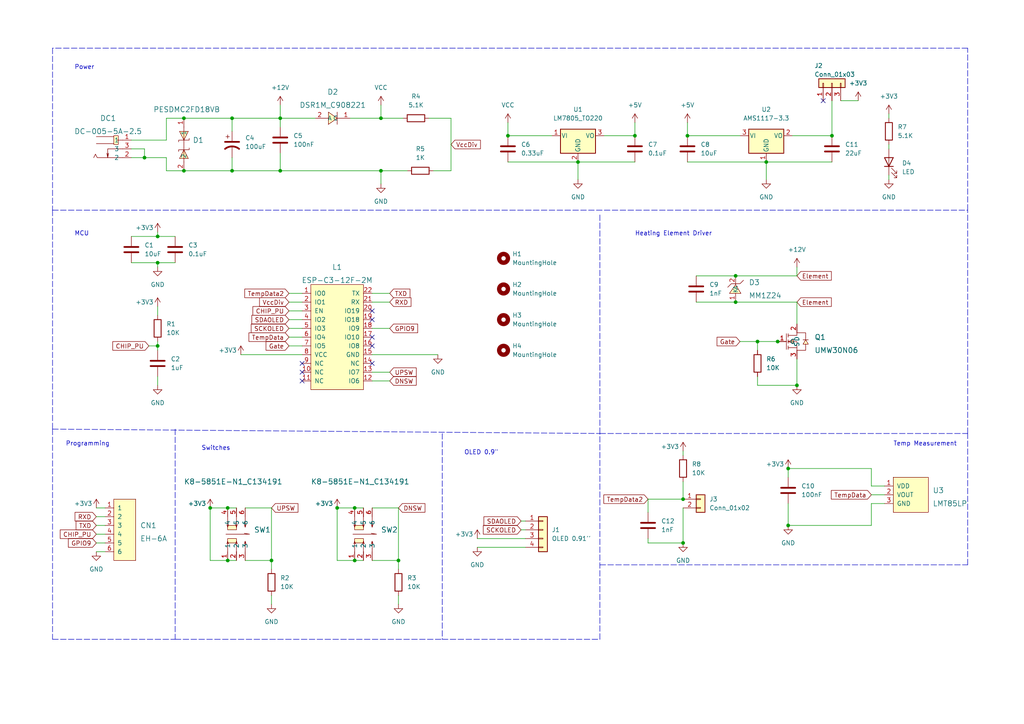
<source format=kicad_sch>
(kicad_sch (version 20211123) (generator eeschema)
  (paper "A4")
  (title_block (rev "V1.1"))
  (lib_symbols
    (symbol "Connector_Generic:Conn_01x02" (pin_names (offset 1.016) hide)
      (property "Reference" "J" (at 0 2.54 0))
      (property "Value" "Conn_01x02" (at 0 -5.08 0))
      (symbol "Conn_01x02_1_1"
        (rectangle (start -1.27 -2.413) (end 0 -2.667) (stroke (width 0.1524)))
        (rectangle (start -1.27 0.127) (end 0 -0.127) (stroke (width 0.1524)))
        (rectangle (start -1.27 1.27) (end 1.27 -3.81) (stroke (width 0.254)) (fill (type background)))
        (pin passive line (at -5.08 0 0) (length 3.81) (name "Pin_1") (number "1"))
        (pin passive line (at -5.08 -2.54 0) (length 3.81) (name "Pin_2") (number "2"))
      )
    )
    (symbol "Connector_Generic:Conn_01x03" (pin_names (offset 1.016) hide)
      (property "Reference" "J" (at 0 5.08 0))
      (property "Value" "Conn_01x03" (at 0 -5.08 0))
      (symbol "Conn_01x03_1_1"
        (rectangle (start -1.27 -2.413) (end 0 -2.667) (stroke (width 0.1524)))
        (rectangle (start -1.27 0.127) (end 0 -0.127) (stroke (width 0.1524)))
        (rectangle (start -1.27 2.667) (end 0 2.413) (stroke (width 0.1524)))
        (rectangle (start -1.27 3.81) (end 1.27 -3.81) (stroke (width 0.254)) (fill (type background)))
        (pin passive line (at -5.08 2.54 0) (length 3.81) (name "Pin_1") (number "1"))
        (pin passive line (at -5.08 0 0) (length 3.81) (name "Pin_2") (number "2"))
        (pin passive line (at -5.08 -2.54 0) (length 3.81) (name "Pin_3") (number "3"))
      )
    )
    (symbol "Connector_Generic:Conn_01x04" (pin_names (offset 1.016) hide)
      (property "Reference" "J" (at 0 5.08 0))
      (property "Value" "Conn_01x04" (at 0 -7.62 0))
      (symbol "Conn_01x04_1_1"
        (rectangle (start -1.27 -4.953) (end 0 -5.207) (stroke (width 0.1524)))
        (rectangle (start -1.27 -2.413) (end 0 -2.667) (stroke (width 0.1524)))
        (rectangle (start -1.27 0.127) (end 0 -0.127) (stroke (width 0.1524)))
        (rectangle (start -1.27 2.667) (end 0 2.413) (stroke (width 0.1524)))
        (rectangle (start -1.27 3.81) (end 1.27 -6.35) (stroke (width 0.254)) (fill (type background)))
        (pin passive line (at -5.08 2.54 0) (length 3.81) (name "Pin_1") (number "1"))
        (pin passive line (at -5.08 0 0) (length 3.81) (name "Pin_2") (number "2"))
        (pin passive line (at -5.08 -2.54 0) (length 3.81) (name "Pin_3") (number "3"))
        (pin passive line (at -5.08 -5.08 0) (length 3.81) (name "Pin_4") (number "4"))
      )
    )
    (symbol "Device:C" (pin_numbers hide) (pin_names (offset 0.254))
      (property "Reference" "C" (at 0.635 2.54 0))
      (property "Value" "C" (at 0.635 -2.54 0))
      (symbol "C_0_1"
        (polyline (pts (xy -2.032 -0.762) (xy 2.032 -0.762)) (stroke (width 0.508)))
        (polyline (pts (xy -2.032 0.762) (xy 2.032 0.762)) (stroke (width 0.508)))
      )
      (symbol "C_1_1"
        (pin passive line (at 0 3.81 270) (length 2.794) (name "~") (number "1"))
        (pin passive line (at 0 -3.81 90) (length 2.794) (name "~") (number "2"))
      )
    )
    (symbol "Device:C_Polarized_US" (pin_numbers hide) (pin_names (offset 0.254) hide)
      (property "Reference" "C" (at 0.635 2.54 0))
      (property "Value" "C_Polarized_US" (at 0.635 -2.54 0))
      (symbol "C_Polarized_US_0_1"
        (polyline (pts (xy -2.032 0.762) (xy 2.032 0.762)) (stroke (width 0.508)))
        (polyline (pts (xy -1.778 2.286) (xy -0.762 2.286)))
        (polyline (pts (xy -1.27 1.778) (xy -1.27 2.794)))
        (arc (start 2.032 -1.27) (mid 0 -0.5572) (end -2.032 -1.27) (stroke (width 0.508)))
      )
      (symbol "C_Polarized_US_1_1"
        (pin passive line (at 0 3.81 270) (length 2.794) (name "~") (number "1"))
        (pin passive line (at 0 -3.81 90) (length 3.302) (name "~") (number "2"))
      )
    )
    (symbol "Device:LED" (pin_numbers hide) (pin_names (offset 1.016) hide)
      (property "Reference" "D" (at 0 2.54 0))
      (property "Value" "LED" (at 0 -2.54 0))
      (symbol "LED_0_1"
        (polyline (pts (xy -1.27 -1.27) (xy -1.27 1.27)) (stroke (width 0.254)))
        (polyline (pts (xy -1.27 0) (xy 1.27 0)))
        (polyline (pts (xy 1.27 -1.27) (xy 1.27 1.27) (xy -1.27 0) (xy 1.27 -1.27)) (stroke (width 0.254)))
        (polyline (pts (xy -3.048 -0.762) (xy -4.572 -2.286) (xy -3.81 -2.286) (xy -4.572 -2.286) (xy -4.572 -1.524)))
        (polyline (pts (xy -1.778 -0.762) (xy -3.302 -2.286) (xy -2.54 -2.286) (xy -3.302 -2.286) (xy -3.302 -1.524)))
      )
      (symbol "LED_1_1"
        (pin passive line (at -3.81 0 0) (length 2.54) (name "K") (number "1"))
        (pin passive line (at 3.81 0 180) (length 2.54) (name "A") (number "2"))
      )
    )
    (symbol "Device:R" (pin_numbers hide) (pin_names (offset 0))
      (property "Reference" "R" (at 2.032 0 90))
      (property "Value" "R" (at 0 0 90))
      (symbol "R_0_1"
        (rectangle (start -1.016 -2.54) (end 1.016 2.54) (stroke (width 0.254)))
      )
      (symbol "R_1_1"
        (pin passive line (at 0 3.81 270) (length 1.27) (name "~") (number "1"))
        (pin passive line (at 0 -3.81 90) (length 1.27) (name "~") (number "2"))
      )
    )
    (symbol "Mechanical:MountingHole" (pin_names (offset 1.016))
      (property "Reference" "H" (at 0 5.08 0))
      (property "Value" "MountingHole" (at 0 3.175 0))
      (symbol "MountingHole_0_1"
        (circle (center 0 0) (radius 1.27) (stroke (width 1.27)))
      )
    )
    (symbol "Regulator_Linear:AMS1117-3.3" (pin_names (offset 0.254))
      (property "Reference" "U" (at -3.81 3.175 0))
      (property "Value" "AMS1117-3.3" (at 0 3.175 0))
      (symbol "AMS1117-3.3_0_1"
        (rectangle (start -5.08 -5.08) (end 5.08 1.905) (stroke (width 0.254)) (fill (type background)))
      )
      (symbol "AMS1117-3.3_1_1"
        (pin power_in line (at 0 -7.62 90) (length 2.54) (name "GND") (number "1"))
        (pin power_out line (at 7.62 0 180) (length 2.54) (name "VO") (number "2"))
        (pin power_in line (at -7.62 0 0) (length 2.54) (name "VI") (number "3"))
      )
    )
    (symbol "Regulator_Linear:LM7805_TO220" (pin_names (offset 0.254))
      (property "Reference" "U" (at -3.81 3.175 0))
      (property "Value" "LM7805_TO220" (at 0 3.175 0))
      (symbol "LM7805_TO220_0_1"
        (rectangle (start -5.08 1.905) (end 5.08 -5.08) (stroke (width 0.254)) (fill (type background)))
      )
      (symbol "LM7805_TO220_1_1"
        (pin power_in line (at -7.62 0 0) (length 2.54) (name "VI") (number "1"))
        (pin power_in line (at 0 -7.62 90) (length 2.54) (name "GND") (number "2"))
        (pin power_out line (at 7.62 0 180) (length 2.54) (name "VO") (number "3"))
      )
    )
    (symbol "easyeda2kicad:DC-005-5A-2.5" (pin_names (offset 1.016))
      (property "Reference" "DC?" (at 0 7.62 0))
      (property "Value" "DC-005-5A-2.5" (at 0 -7.62 0))
      (symbol "DC-005-5A-2.5_1_1"
        (rectangle (start -2.54 3.81) (end -1.27 1.27) (fill (type background)))
        (polyline (pts (xy -4.318 -2.54) (xy -4.064 -1.27)))
        (polyline (pts (xy -2.54 1.524) (xy -7.62 1.524)))
        (polyline (pts (xy -2.54 3.556) (xy -7.62 3.556)))
        (polyline (pts (xy 0 2.54) (xy -1.524 2.54)))
        (polyline (pts (xy 0 -2.54) (xy -7.366 -2.54) (xy -7.874 -1.524) (xy -8.382 -2.54)))
        (polyline (pts (xy 0 0) (xy -4.318 0) (xy -4.318 -2.54) (xy -4.572 -1.27)))
        (pin unspecified line (at 2.54 2.54 180) (length 2.54) (name "1") (number "1"))
        (pin unspecified line (at 2.54 -2.54 180) (length 2.54) (name "2") (number "2"))
        (pin unspecified line (at 2.54 0 180) (length 2.54) (name "3") (number "3"))
      )
    )
    (symbol "easyeda2kicad:DSR1M_C908221" (pin_names (offset 1.016))
      (property "Reference" "D?" (at 0 5.08 0))
      (property "Value" "DSR1M_C908221" (at 0 -5.08 0))
      (symbol "DSR1M_C908221_1_1"
        (polyline (pts (xy -1.27 0) (xy -2.54 0)))
        (polyline (pts (xy -1.27 1.778) (xy -1.27 -1.778)))
        (polyline (pts (xy 2.54 0) (xy 1.27 0)))
        (polyline (pts (xy 1.27 1.778) (xy -1.27 0) (xy 1.27 -1.778) (xy 1.27 1.778)) (fill (type background)))
        (pin unspecified line (at -5.08 0 0) (length 2.54) (name "C") (number "1"))
        (pin unspecified line (at 5.08 0 180) (length 2.54) (name "A") (number "2"))
      )
    )
    (symbol "easyeda2kicad:EH-6A" (pin_names (offset 1.016))
      (property "Reference" "CN?" (at 0 11.43 0))
      (property "Value" "EH-6A" (at 0 -11.43 0))
      (symbol "EH-6A_1_1"
        (rectangle (start -1.27 8.89) (end 5.08 -8.89) (fill (type background)))
        (pin unspecified line (at -3.81 6.35 0) (length 2.54) (name "1") (number "1"))
        (pin unspecified line (at -3.81 3.81 0) (length 2.54) (name "2") (number "2"))
        (pin unspecified line (at -3.81 1.27 0) (length 2.54) (name "3") (number "3"))
        (pin unspecified line (at -3.81 -1.27 0) (length 2.54) (name "4") (number "4"))
        (pin unspecified line (at -3.81 -3.81 0) (length 2.54) (name "5") (number "5"))
        (pin unspecified line (at -3.81 -6.35 0) (length 2.54) (name "6") (number "6"))
      )
    )
    (symbol "easyeda2kicad:ESP-C3-12F-2M" (pin_names (offset 1.016))
      (property "Reference" "L?" (at 0 17.78 0))
      (property "Value" "ESP-C3-12F-2M" (at 0 -17.78 0))
      (symbol "ESP-C3-12F-2M_1_1"
        (rectangle (start -7.62 15.24) (end 7.62 -15.24) (fill (type background)))
        (pin unspecified line (at -10.16 12.7 0) (length 2.54) (name "IO0") (number "1"))
        (pin unspecified line (at -10.16 -10.16 0) (length 2.54) (name "NC") (number "10"))
        (pin unspecified line (at -10.16 -12.7 0) (length 2.54) (name "NC") (number "11"))
        (pin unspecified line (at 10.16 -12.7 180) (length 2.54) (name "IO6") (number "12"))
        (pin unspecified line (at 10.16 -10.16 180) (length 2.54) (name "IO7") (number "13"))
        (pin unspecified line (at 10.16 -7.62 180) (length 2.54) (name "NC") (number "14"))
        (pin unspecified line (at 10.16 -5.08 180) (length 2.54) (name "GND") (number "15"))
        (pin unspecified line (at 10.16 -2.54 180) (length 2.54) (name "IO8") (number "16"))
        (pin unspecified line (at 10.16 0 180) (length 2.54) (name "IO10") (number "17"))
        (pin unspecified line (at 10.16 2.54 180) (length 2.54) (name "IO9") (number "18"))
        (pin unspecified line (at 10.16 5.08 180) (length 2.54) (name "IO18") (number "19"))
        (pin unspecified line (at -10.16 10.16 0) (length 2.54) (name "IO1") (number "2"))
        (pin unspecified line (at 10.16 7.62 180) (length 2.54) (name "IO19") (number "20"))
        (pin unspecified line (at 10.16 10.16 180) (length 2.54) (name "RX") (number "21"))
        (pin unspecified line (at 10.16 12.7 180) (length 2.54) (name "TX") (number "22"))
        (pin unspecified line (at -10.16 7.62 0) (length 2.54) (name "EN") (number "3"))
        (pin unspecified line (at -10.16 5.08 0) (length 2.54) (name "IO2") (number "4"))
        (pin unspecified line (at -10.16 2.54 0) (length 2.54) (name "IO3") (number "5"))
        (pin unspecified line (at -10.16 0 0) (length 2.54) (name "IO4") (number "6"))
        (pin unspecified line (at -10.16 -2.54 0) (length 2.54) (name "IO5") (number "7"))
        (pin unspecified line (at -10.16 -5.08 0) (length 2.54) (name "VCC") (number "8"))
        (pin unspecified line (at -10.16 -7.62 0) (length 2.54) (name "NC") (number "9"))
      )
    )
    (symbol "easyeda2kicad:K8-5851E-N1_C134191" (pin_names (offset 1.016))
      (property "Reference" "SW?" (at 0 12.7 0))
      (property "Value" "K8-5851E-N1_C134191" (at 0 -12.7 0))
      (symbol "K8-5851E-N1_C134191_1_1"
        (rectangle (start -2.54 -1.27) (end 0 -2.54) (fill (type background)))
        (rectangle (start -2.54 2.54) (end 0 1.27) (fill (type background)))
        (polyline (pts (xy -2.54 -2.032) (xy -2.794 -2.794)))
        (polyline (pts (xy -2.54 2.032) (xy -2.794 2.794)))
        (polyline (pts (xy 0 -2.032) (xy -0.254 -2.794)))
        (polyline (pts (xy 0 2.032) (xy -0.254 2.794)))
        (polyline (pts (xy 2.54 -2.032) (xy 2.286 -2.794)))
        (polyline (pts (xy 2.54 2.032) (xy 2.286 2.794)))
        (polyline (pts (xy -3.048 0) (xy 3.81 0) (xy 2.286 0.254)))
        (polyline (pts (xy -2.54 -5.08) (xy -2.54 -2.032) (xy -2.286 -2.794)))
        (polyline (pts (xy -2.54 5.08) (xy -2.54 2.032) (xy -2.286 2.794)))
        (polyline (pts (xy 0 -5.08) (xy 0 -2.032) (xy 0.254 -2.794)))
        (polyline (pts (xy 0 5.08) (xy 0 2.032) (xy 0.254 2.794)))
        (polyline (pts (xy 2.54 -5.08) (xy 2.54 -2.032) (xy 2.794 -2.794)))
        (polyline (pts (xy 2.54 5.08) (xy 2.54 2.032) (xy 2.794 2.794)))
        (pin unspecified line (at -2.54 -7.62 90) (length 2.54) (name "1") (number "1"))
        (pin unspecified line (at 0 -7.62 90) (length 2.54) (name "2") (number "2"))
        (pin unspecified line (at 2.54 -7.62 90) (length 2.54) (name "3") (number "3"))
        (pin unspecified line (at -2.54 7.62 270) (length 2.54) (name "4") (number "4"))
        (pin unspecified line (at 0 7.62 270) (length 2.54) (name "5") (number "5"))
        (pin unspecified line (at 2.54 7.62 270) (length 2.54) (name "6") (number "6"))
      )
    )
    (symbol "easyeda2kicad:LMT85LP" (pin_names (offset 1.016))
      (property "Reference" "U?" (at 0 7.62 0))
      (property "Value" "LMT85LP" (at 0 -7.62 0))
      (symbol "LMT85LP_1_1"
        (rectangle (start -2.54 5.08) (end 7.62 -5.08) (fill (type background)))
        (pin unspecified line (at -5.08 2.54 0) (length 2.54) (name "VDD") (number "1"))
        (pin unspecified line (at -5.08 0 0) (length 2.54) (name "VOUT") (number "2"))
        (pin unspecified line (at -5.08 -2.54 0) (length 2.54) (name "GND") (number "3"))
      )
    )
    (symbol "easyeda2kicad:MM1Z24" (pin_names (offset 1.016))
      (property "Reference" "D?" (at 0 5.08 0))
      (property "Value" "MM1Z24" (at 0 -5.08 0))
      (symbol "MM1Z24_1_1"
        (polyline (pts (xy -1.27 -1.524) (xy 1.27 0) (xy -1.27 1.778) (xy -1.27 -1.524)) (fill (type background)))
        (polyline (pts (xy 2.54 -2.286) (xy 1.524 -1.27) (xy 1.524 1.27) (xy 0.508 2.286)))
        (pin unspecified line (at -3.81 0 0) (length 2.54) (name "A") (number "1"))
        (pin unspecified line (at 3.81 0 180) (length 2.54) (name "K") (number "2"))
      )
    )
    (symbol "easyeda2kicad:PESDMC2FD18VB" (pin_names (offset 1.016))
      (property "Reference" "D?" (at 0 5.08 0))
      (property "Value" "PESDMC2FD18VB" (at 0 -5.08 0))
      (symbol "PESDMC2FD18VB_1_1"
        (polyline (pts (xy -5.08 0) (xy 5.08 0)))
        (polyline (pts (xy -3.81 1.27) (xy -1.27 0) (xy -3.81 -1.27) (xy -3.81 1.27)) (fill (type background)))
        (polyline (pts (xy 4.064 1.27) (xy 1.524 0) (xy 4.064 -1.27) (xy 4.064 1.27)) (fill (type background)))
        (polyline (pts (xy -1.778 1.524) (xy -1.778 1.524) (xy -1.27 1.524) (xy -1.27 -1.524) (xy -0.762 -1.524) (xy -0.762 -1.524)))
        (polyline (pts (xy 1.016 1.524) (xy 1.016 1.524) (xy 1.524 1.524) (xy 1.524 -1.524) (xy 2.032 -1.524) (xy 2.032 -1.524)))
        (pin unspecified line (at -7.62 0 0) (length 2.54) (name "1") (number "1"))
        (pin unspecified line (at 7.62 0 180) (length 2.54) (name "2") (number "2"))
      )
    )
    (symbol "easyeda2kicad:UMW30N06" (pin_names (offset 1.016))
      (property "Reference" "Q?" (at 0 10.16 0))
      (property "Value" "UMW30N06" (at 0 -10.16 0))
      (symbol "UMW30N06_1_1"
        (polyline (pts (xy -3.048 2.286) (xy -3.048 -2.286)))
        (polyline (pts (xy -2.54 -2.286) (xy -2.54 -1.27)))
        (polyline (pts (xy -2.54 -0.508) (xy -2.54 0.508)))
        (polyline (pts (xy -2.54 2.286) (xy -2.54 1.27)))
        (polyline (pts (xy 0 -1.778) (xy -2.54 -1.778)))
        (polyline (pts (xy -2.54 0) (xy -1.016 -0.508) (xy -1.016 0.508) (xy -2.54 0)) (fill (type background)))
        (polyline (pts (xy 2.54 0.508) (xy 1.778 -0.762) (xy 3.302 -0.762) (xy 2.54 0.508)) (fill (type background)))
        (polyline (pts (xy 3.302 0.508) (xy 3.048 0.508) (xy 2.032 0.508) (xy 1.778 0.508)))
        (polyline (pts (xy -2.54 0) (xy 0 0) (xy 0 -2.54) (xy 2.54 -2.54) (xy 2.54 -0.762)))
        (polyline (pts (xy -2.54 1.778) (xy 0 1.778) (xy 0 2.54) (xy 2.54 2.54) (xy 2.54 0.508)))
        (pin unspecified line (at -5.588 0 0) (length 2.54) (name "G") (number "1"))
        (pin unspecified line (at 0 5.08 270) (length 2.54) (name "D") (number "2"))
        (pin unspecified line (at 0 -5.08 90) (length 2.54) (name "S") (number "3"))
      )
    )
    (symbol "power:+12V" (power) (pin_names (offset 0))
      (property "Value" "+12V" (at 0 3.556 0))
      (symbol "+12V_0_1"
        (polyline (pts (xy -0.762 1.27) (xy 0 2.54)))
        (polyline (pts (xy 0 0) (xy 0 2.54)))
        (polyline (pts (xy 0 2.54) (xy 0.762 1.27)))
      )
      (symbol "+12V_1_1"
        (pin power_in line (at 0 0 90) (length 0) hide (name "+12V") (number "1"))
      )
    )
    (symbol "power:+3.3V" (power) (pin_names (offset 0))
      (property "Value" "+3.3V" (at 0 3.556 0))
      (symbol "+3.3V_0_1"
        (polyline (pts (xy -0.762 1.27) (xy 0 2.54)))
        (polyline (pts (xy 0 0) (xy 0 2.54)))
        (polyline (pts (xy 0 2.54) (xy 0.762 1.27)))
      )
      (symbol "+3.3V_1_1"
        (pin power_in line (at 0 0 90) (length 0) hide (name "+3V3") (number "1"))
      )
    )
    (symbol "power:+5V" (power) (pin_names (offset 0))
      (property "Value" "+5V" (at 0 3.556 0))
      (symbol "+5V_0_1"
        (polyline (pts (xy -0.762 1.27) (xy 0 2.54)))
        (polyline (pts (xy 0 0) (xy 0 2.54)))
        (polyline (pts (xy 0 2.54) (xy 0.762 1.27)))
      )
      (symbol "+5V_1_1"
        (pin power_in line (at 0 0 90) (length 0) hide (name "+5V") (number "1"))
      )
    )
    (symbol "power:GND" (power) (pin_names (offset 0))
      (property "Value" "GND" (at 0 -3.81 0))
      (symbol "GND_0_1"
        (polyline (pts (xy 0 0) (xy 0 -1.27) (xy 1.27 -1.27) (xy 0 -2.54) (xy -1.27 -1.27) (xy 0 -1.27)))
      )
      (symbol "GND_1_1"
        (pin power_in line (at 0 0 270) (length 0) hide (name "GND") (number "1"))
      )
    )
    (symbol "power:VCC" (power) (pin_names (offset 0))
      (property "Value" "VCC" (at 0 3.81 0))
      (symbol "VCC_0_1"
        (polyline (pts (xy -0.762 1.27) (xy 0 2.54)))
        (polyline (pts (xy 0 0) (xy 0 2.54)))
        (polyline (pts (xy 0 2.54) (xy 0.762 1.27)))
      )
      (symbol "VCC_1_1"
        (pin power_in line (at 0 0 90) (length 0) hide (name "VCC") (number "1"))
      )
    )
  )
  (junction (at 102.87 162.56))
  (junction (at 213.36 87.63))
  (junction (at 60.96 147.32))
  (junction (at 67.31 49.53))
  (junction (at 231.14 111.76))
  (junction (at 225.552 99.06))
  (junction (at 110.49 34.29))
  (junction (at 102.87 147.32))
  (junction (at 147.32 39.37))
  (junction (at 53.34 49.53))
  (junction (at 66.04 147.32))
  (junction (at 81.28 34.29))
  (junction (at 167.64 46.99))
  (junction (at 45.72 100.33))
  (junction (at 213.36 80.01))
  (junction (at 228.6 152.4))
  (junction (at 198.12 157.48))
  (junction (at 198.12 144.78))
  (junction (at 228.6 135.89))
  (junction (at 66.04 162.56))
  (junction (at 53.34 34.29))
  (junction (at 78.74 162.56))
  (junction (at 222.25 46.99))
  (junction (at 97.79 147.32))
  (junction (at 41.91 45.72))
  (junction (at 115.57 162.56))
  (junction (at 241.3 39.37))
  (junction (at 45.72 76.2))
  (junction (at 110.49 49.53))
  (junction (at 199.39 39.37))
  (junction (at 45.72 68.58))
  (junction (at 184.15 39.37))
  (junction (at 67.31 34.29))
  (junction (at 81.28 49.53))
  (junction (at 219.71 99.06))
  (no_connect (at 107.95 100.33))
  (no_connect (at 107.95 90.17))
  (no_connect (at 238.76 29.21))
  (no_connect (at 87.63 110.49))
  (no_connect (at 107.95 105.41))
  (no_connect (at 87.63 105.41))
  (no_connect (at 87.63 107.95))
  (no_connect (at 107.95 97.79))
  (no_connect (at 107.95 92.71))
  (wire (pts (xy 130.81 34.29) (xy 130.81 49.53)))
  (wire (pts (xy 102.87 162.56) (xy 105.41 162.56)))
  (wire (pts (xy 228.6 135.89) (xy 228.6 138.43)))
  (wire (pts (xy 67.31 34.29) (xy 81.28 34.29)))
  (wire (pts (xy 257.81 33.02) (xy 257.81 34.29)))
  (wire (pts (xy 187.96 156.21) (xy 187.96 157.48)))
  (polyline (pts (xy 173.99 125.73) (xy 173.99 62.23)))
  (wire (pts (xy 187.96 144.78) (xy 198.12 144.78)))
  (wire (pts (xy 107.95 107.95) (xy 113.03 107.95)))
  (wire (pts (xy 214.63 99.06) (xy 219.71 99.06)))
  (wire (pts (xy 252.73 152.4) (xy 228.6 152.4)))
  (wire (pts (xy 27.94 160.02) (xy 30.48 160.02)))
  (wire (pts (xy 66.04 147.32) (xy 68.58 147.32)))
  (polyline (pts (xy 15.24 60.96) (xy 15.24 124.46)))
  (wire (pts (xy 198.12 130.81) (xy 198.12 132.08)))
  (wire (pts (xy 138.43 156.21) (xy 152.4 156.21)))
  (wire (pts (xy 45.72 100.33) (xy 45.72 101.6)))
  (wire (pts (xy 115.57 162.56) (xy 115.57 165.1)))
  (wire (pts (xy 252.73 140.97) (xy 256.54 140.97)))
  (wire (pts (xy 252.73 135.89) (xy 252.73 140.97)))
  (wire (pts (xy 67.31 49.53) (xy 81.28 49.53)))
  (wire (pts (xy 60.96 147.32) (xy 60.96 162.56)))
  (polyline (pts (xy 280.67 125.73) (xy 280.67 60.96)))
  (wire (pts (xy 60.96 162.56) (xy 66.04 162.56)))
  (wire (pts (xy 45.72 76.2) (xy 50.8 76.2)))
  (wire (pts (xy 130.81 49.53) (xy 125.73 49.53)))
  (wire (pts (xy 110.49 49.53) (xy 118.11 49.53)))
  (wire (pts (xy 228.6 146.05) (xy 228.6 152.4)))
  (wire (pts (xy 48.26 49.53) (xy 53.34 49.53)))
  (wire (pts (xy 147.32 35.56) (xy 147.32 39.37)))
  (wire (pts (xy 219.71 109.22) (xy 219.71 111.76)))
  (polyline (pts (xy 128.27 185.42) (xy 173.99 185.42)))
  (wire (pts (xy 252.73 146.05) (xy 252.73 152.4)))
  (polyline (pts (xy 280.67 163.83) (xy 280.67 125.73)))
  (polyline (pts (xy 50.8 185.42) (xy 128.27 185.42)))
  (wire (pts (xy 83.82 85.09) (xy 87.63 85.09)))
  (wire (pts (xy 110.49 49.53) (xy 110.49 53.34)))
  (wire (pts (xy 41.91 45.72) (xy 48.26 45.72)))
  (wire (pts (xy 78.74 172.72) (xy 78.74 175.26)))
  (wire (pts (xy 110.49 30.48) (xy 110.49 34.29)))
  (wire (pts (xy 69.85 102.87) (xy 87.63 102.87)))
  (wire (pts (xy 228.6 135.89) (xy 252.73 135.89)))
  (wire (pts (xy 45.72 67.31) (xy 45.72 68.58)))
  (wire (pts (xy 81.28 30.48) (xy 81.28 34.29)))
  (polyline (pts (xy 173.99 125.73) (xy 280.67 125.73)))
  (wire (pts (xy 219.71 111.76) (xy 231.14 111.76)))
  (wire (pts (xy 151.13 151.13) (xy 152.4 151.13)))
  (wire (pts (xy 38.1 43.18) (xy 41.91 43.18)))
  (polyline (pts (xy 15.24 185.42) (xy 50.8 185.42)))
  (wire (pts (xy 231.14 87.63) (xy 231.14 93.98)))
  (wire (pts (xy 138.43 158.75) (xy 152.4 158.75)))
  (polyline (pts (xy 173.99 163.83) (xy 280.67 163.83)))
  (wire (pts (xy 167.64 46.99) (xy 167.64 52.07)))
  (wire (pts (xy 78.74 147.32) (xy 78.74 162.56)))
  (wire (pts (xy 66.04 147.32) (xy 60.96 147.32)))
  (polyline (pts (xy 280.67 60.96) (xy 280.67 13.97)))
  (wire (pts (xy 107.95 110.49) (xy 113.03 110.49)))
  (wire (pts (xy 78.74 162.56) (xy 78.74 165.1)))
  (wire (pts (xy 83.82 97.79) (xy 87.63 97.79)))
  (wire (pts (xy 110.49 34.29) (xy 116.84 34.29)))
  (wire (pts (xy 229.87 39.37) (xy 241.3 39.37)))
  (polyline (pts (xy 15.24 124.46) (xy 173.99 125.73)))
  (wire (pts (xy 184.15 35.56) (xy 184.15 39.37)))
  (wire (pts (xy 107.95 95.25) (xy 113.03 95.25)))
  (wire (pts (xy 45.72 76.2) (xy 45.72 77.47)))
  (wire (pts (xy 199.39 35.56) (xy 199.39 39.37)))
  (wire (pts (xy 225.552 99.06) (xy 226.06 99.06)))
  (wire (pts (xy 48.26 34.29) (xy 53.34 34.29)))
  (wire (pts (xy 66.04 162.56) (xy 68.58 162.56)))
  (wire (pts (xy 81.28 34.29) (xy 91.44 34.29)))
  (wire (pts (xy 213.36 80.01) (xy 231.14 80.01)))
  (wire (pts (xy 107.95 147.32) (xy 115.57 147.32)))
  (wire (pts (xy 45.72 88.9) (xy 45.72 91.44)))
  (wire (pts (xy 187.96 157.48) (xy 198.12 157.48)))
  (wire (pts (xy 107.95 102.87) (xy 127 102.87)))
  (polyline (pts (xy 15.24 13.97) (xy 15.24 60.96)))
  (wire (pts (xy 115.57 172.72) (xy 115.57 175.26)))
  (wire (pts (xy 201.93 87.63) (xy 213.36 87.63)))
  (wire (pts (xy 222.25 46.99) (xy 241.3 46.99)))
  (wire (pts (xy 38.1 68.58) (xy 45.72 68.58)))
  (polyline (pts (xy 50.8 124.46) (xy 50.8 185.42)))
  (wire (pts (xy 97.79 147.32) (xy 97.79 162.56)))
  (wire (pts (xy 175.26 39.37) (xy 184.15 39.37)))
  (wire (pts (xy 67.31 49.53) (xy 67.31 45.72)))
  (wire (pts (xy 252.73 143.51) (xy 256.54 143.51)))
  (wire (pts (xy 81.28 49.53) (xy 110.49 49.53)))
  (wire (pts (xy 71.12 162.56) (xy 78.74 162.56)))
  (wire (pts (xy 27.94 149.86) (xy 30.48 149.86)))
  (wire (pts (xy 199.39 39.37) (xy 214.63 39.37)))
  (polyline (pts (xy 15.24 60.96) (xy 280.67 60.96)))
  (wire (pts (xy 48.26 45.72) (xy 48.26 49.53)))
  (wire (pts (xy 102.87 147.32) (xy 97.79 147.32)))
  (wire (pts (xy 107.95 85.09) (xy 113.03 85.09)))
  (wire (pts (xy 219.71 99.06) (xy 225.552 99.06)))
  (wire (pts (xy 107.95 87.63) (xy 113.03 87.63)))
  (wire (pts (xy 81.28 49.53) (xy 81.28 44.45)))
  (wire (pts (xy 27.94 152.4) (xy 30.48 152.4)))
  (wire (pts (xy 38.1 40.64) (xy 48.26 40.64)))
  (wire (pts (xy 219.71 99.06) (xy 219.71 101.6)))
  (wire (pts (xy 83.82 95.25) (xy 87.63 95.25)))
  (wire (pts (xy 201.93 80.01) (xy 213.36 80.01)))
  (wire (pts (xy 231.14 104.14) (xy 231.14 111.76)))
  (wire (pts (xy 27.94 157.48) (xy 30.48 157.48)))
  (wire (pts (xy 41.91 43.18) (xy 41.91 45.72)))
  (wire (pts (xy 27.94 154.94) (xy 30.48 154.94)))
  (polyline (pts (xy 280.67 13.97) (xy 15.24 13.97)))
  (wire (pts (xy 67.31 34.29) (xy 67.31 38.1)))
  (wire (pts (xy 115.57 147.32) (xy 115.57 162.56)))
  (wire (pts (xy 151.13 153.67) (xy 152.4 153.67)))
  (wire (pts (xy 241.3 29.21) (xy 241.3 39.37)))
  (wire (pts (xy 97.79 162.56) (xy 102.87 162.56)))
  (wire (pts (xy 243.84 29.21) (xy 248.92 29.21)))
  (wire (pts (xy 147.32 46.99) (xy 167.64 46.99)))
  (polyline (pts (xy 128.27 125.73) (xy 128.27 185.42)))
  (wire (pts (xy 81.28 34.29) (xy 81.28 36.83)))
  (wire (pts (xy 27.94 147.32) (xy 30.48 147.32)))
  (wire (pts (xy 45.72 109.22) (xy 45.72 111.76)))
  (wire (pts (xy 43.18 100.33) (xy 45.72 100.33)))
  (wire (pts (xy 45.72 68.58) (xy 50.8 68.58)))
  (wire (pts (xy 147.32 39.37) (xy 160.02 39.37)))
  (polyline (pts (xy 173.99 185.42) (xy 173.99 125.73)))
  (wire (pts (xy 53.34 34.29) (xy 67.31 34.29)))
  (wire (pts (xy 198.12 147.32) (xy 198.12 157.48)))
  (wire (pts (xy 167.64 46.99) (xy 184.15 46.99)))
  (polyline (pts (xy 15.24 124.46) (xy 15.24 185.42)))
  (wire (pts (xy 222.25 46.99) (xy 222.25 52.07)))
  (wire (pts (xy 213.36 87.63) (xy 231.14 87.63)))
  (wire (pts (xy 45.72 99.06) (xy 45.72 100.33)))
  (wire (pts (xy 38.1 76.2) (xy 45.72 76.2)))
  (wire (pts (xy 124.46 34.29) (xy 130.81 34.29)))
  (wire (pts (xy 256.54 146.05) (xy 252.73 146.05)))
  (wire (pts (xy 107.95 162.56) (xy 115.57 162.56)))
  (wire (pts (xy 257.81 41.91) (xy 257.81 43.18)))
  (wire (pts (xy 83.82 100.33) (xy 87.63 100.33)))
  (wire (pts (xy 71.12 147.32) (xy 78.74 147.32)))
  (wire (pts (xy 199.39 46.99) (xy 222.25 46.99)))
  (wire (pts (xy 83.82 90.17) (xy 87.63 90.17)))
  (wire (pts (xy 83.82 92.71) (xy 87.63 92.71)))
  (wire (pts (xy 53.34 49.53) (xy 67.31 49.53)))
  (wire (pts (xy 48.26 40.64) (xy 48.26 34.29)))
  (wire (pts (xy 257.81 50.8) (xy 257.81 52.07)))
  (wire (pts (xy 187.96 148.59) (xy 187.96 144.78)))
  (wire (pts (xy 231.14 77.47) (xy 231.14 80.01)))
  (wire (pts (xy 101.6 34.29) (xy 110.49 34.29)))
  (wire (pts (xy 83.82 87.63) (xy 87.63 87.63)))
  (wire (pts (xy 198.12 139.7) (xy 198.12 144.78)))
  (wire (pts (xy 102.87 147.32) (xy 105.41 147.32)))
  (wire (pts (xy 38.1 45.72) (xy 41.91 45.72)))
  (text "Power" (at 21.59 20.32 0) (effects (font (size 1.27 1.27)) (justify left bottom)))
  (text "Switches" (at 58.42 130.81 0) (effects (font (size 1.27 1.27)) (justify left bottom)))
  (text "Temp Measurement" (at 259.08 129.54 0) (effects (font (size 1.27 1.27)) (justify left bottom)))
  (text "Heating Element Driver" (at 184.15 68.58 0) (effects (font (size 1.27 1.27)) (justify left bottom)))
  (text "OLED 0.9\"" (at 134.62 132.08 0) (effects (font (size 1.27 1.27)) (justify left bottom)))
  (text "Programming" (at 19.05 129.54 0) (effects (font (size 1.27 1.27)) (justify left bottom)))
  (text "MCU" (at 21.59 68.58 0) (effects (font (size 1.27 1.27)) (justify left bottom)))
  (global_label "GPIO9" (shape input) (at 113.03 95.25 0) (property "Intersheet References" "${INTERSHEET_REFS}" (effects hide)))
  (global_label "DNSW" (shape input) (at 115.57 147.32 0) (property "Intersheet References" "${INTERSHEET_REFS}" (effects hide)))
  (global_label "Element" (shape input) (at 231.14 80.01 0) (property "Intersheet References" "${INTERSHEET_REFS}" (effects hide)))
  (global_label "CHIP_PU" (shape input) (at 83.82 90.17 180) (property "Intersheet References" "${INTERSHEET_REFS}" (effects hide)))
  (global_label "Gate" (shape input) (at 214.63 99.06 180) (property "Intersheet References" "${INTERSHEET_REFS}" (effects hide)))
  (global_label "SCKOLED" (shape input) (at 83.82 95.25 180) (property "Intersheet References" "${INTERSHEET_REFS}" (effects hide)))
  (global_label "TXD" (shape input) (at 113.03 85.09 0) (property "Intersheet References" "${INTERSHEET_REFS}" (effects hide)))
  (global_label "TXD" (shape input) (at 27.94 152.4 180) (property "Intersheet References" "${INTERSHEET_REFS}" (effects hide)))
  (global_label "Element" (shape input) (at 231.14 87.63 0) (property "Intersheet References" "${INTERSHEET_REFS}" (effects hide)))
  (global_label "VccDiv" (shape input) (at 83.82 87.63 180) (property "Intersheet References" "${INTERSHEET_REFS}" (effects hide)))
  (global_label "GPIO9" (shape input) (at 27.94 157.48 180) (property "Intersheet References" "${INTERSHEET_REFS}" (effects hide)))
  (global_label "UPSW" (shape input) (at 78.74 147.32 0) (property "Intersheet References" "${INTERSHEET_REFS}" (effects hide)))
  (global_label "Gate" (shape input) (at 83.82 100.33 180) (property "Intersheet References" "${INTERSHEET_REFS}" (effects hide)))
  (global_label "SCKOLED" (shape input) (at 151.13 153.67 180) (property "Intersheet References" "${INTERSHEET_REFS}" (effects hide)))
  (global_label "SDAOLED" (shape input) (at 83.82 92.71 180) (property "Intersheet References" "${INTERSHEET_REFS}" (effects hide)))
  (global_label "TempData2" (shape input) (at 187.96 144.78 180) (property "Intersheet References" "${INTERSHEET_REFS}" (effects hide)))
  (global_label "UPSW" (shape input) (at 113.03 107.95 0) (property "Intersheet References" "${INTERSHEET_REFS}" (effects hide)))
  (global_label "DNSW" (shape input) (at 113.03 110.49 0) (property "Intersheet References" "${INTERSHEET_REFS}" (effects hide)))
  (global_label "TempData" (shape input) (at 83.82 97.79 180) (property "Intersheet References" "${INTERSHEET_REFS}" (effects hide)))
  (global_label "CHIP_PU" (shape input) (at 43.18 100.33 180) (property "Intersheet References" "${INTERSHEET_REFS}" (effects hide)))
  (global_label "RXD" (shape input) (at 113.03 87.63 0) (property "Intersheet References" "${INTERSHEET_REFS}" (effects hide)))
  (global_label "TempData" (shape input) (at 252.73 143.51 180) (property "Intersheet References" "${INTERSHEET_REFS}" (effects hide)))
  (global_label "VccDiv" (shape input) (at 130.81 41.91 0) (property "Intersheet References" "${INTERSHEET_REFS}" (effects hide)))
  (global_label "CHIP_PU" (shape input) (at 27.94 154.94 180) (property "Intersheet References" "${INTERSHEET_REFS}" (effects hide)))
  (global_label "SDAOLED" (shape input) (at 151.13 151.13 180) (property "Intersheet References" "${INTERSHEET_REFS}" (effects hide)))
  (global_label "RXD" (shape input) (at 27.94 149.86 180) (property "Intersheet References" "${INTERSHEET_REFS}" (effects hide)))
  (global_label "TempData2" (shape input) (at 83.82 85.09 180) (property "Intersheet References" "${INTERSHEET_REFS}" (effects hide)))
  (symbol (lib_id "Device:R") (at 45.72 95.25 180) (unit 1)
    (property "Reference" "R1" (at 48.26 93.9799 0) (effects (justify right)))
    (property "Value" "10K" (at 48.26 96.5199 0) (effects (justify right)))
    (property "Footprint" "Resistor_SMD:R_0603_1608Metric_Pad0.98x0.95mm_HandSolder" (effects hide))
  )
  (symbol (lib_id "power:+3.3V") (at 198.12 130.81 0) (unit 1)
    (property "Reference" "#PWR01" (effects hide))
    (property "Value" "+3.3V" (at 194.31 129.54 0))
  )
  (symbol (lib_id "Device:C") (at 241.3 43.18 0) (unit 1)
    (property "Reference" "C11" (at 245.11 41.9099 0) (effects (justify left)))
    (property "Value" "22uF" (at 245.11 44.4499 0) (effects (justify left)))
    (property "Footprint" "Capacitor_SMD:C_0805_2012Metric_Pad1.18x1.45mm_HandSolder" (effects hide))
  )
  (symbol (lib_id "power:+3.3V") (at 97.79 147.32 0) (unit 1)
    (property "Reference" "#PWR0115" (effects hide))
    (property "Value" "+3.3V" (at 93.98 146.05 0))
  )
  (symbol (lib_id "power:+3.3V") (at 138.43 156.21 0) (unit 1)
    (property "Reference" "#PWR0127" (effects hide))
    (property "Value" "+3.3V" (at 134.62 154.94 0))
  )
  (symbol (lib_id "power:+3.3V") (at 257.81 33.02 0) (unit 1)
    (property "Reference" "#PWR0120" (effects hide))
    (property "Value" "+3.3V" (at 257.81 27.94 0))
  )
  (symbol (lib_id "Device:C_Polarized_US") (at 67.31 41.91 0) (unit 1)
    (property "Reference" "C4" (at 71.12 40.0049 0) (effects (justify left)))
    (property "Value" "100uF" (at 71.12 42.5449 0) (effects (justify left)))
    (property "Footprint" "easyeda2kicad:CAP-SMD_BD6.3-L6.6-W6.6-LS7.6-FD" (effects hide))
  )
  (symbol (lib_id "Device:R") (at 121.92 49.53 90) (unit 1)
    (property "Reference" "R5" (at 121.92 43.18 90))
    (property "Value" "1K" (at 121.92 45.72 90))
    (property "Footprint" "Resistor_SMD:R_0805_2012Metric_Pad1.20x1.40mm_HandSolder" (effects hide))
  )
  (symbol (lib_id "Device:C") (at 184.15 43.18 0) (unit 1)
    (property "Reference" "C7" (at 187.96 41.9099 0) (effects (justify left)))
    (property "Value" "0.1uF" (at 187.96 44.4499 0) (effects (justify left)))
    (property "Footprint" "Capacitor_SMD:C_0805_2012Metric_Pad1.18x1.45mm_HandSolder" (effects hide))
  )
  (symbol (lib_id "easyeda2kicad:DSR1M_C908221") (at 96.52 34.29 180) (unit 1)
    (property "Reference" "D2" (at 96.52 26.67 0) (effects (font (size 1.524 1.524))))
    (property "Value" "DSR1M_C908221" (at 96.52 30.48 0) (effects (font (size 1.524 1.524))))
    (property "Footprint" "easyeda2kicad:SOD-123_L2.8-W1.8-LS3.7-RD" (effects hide))
    (property "Datasheet" "https://lcsc.com/product-detail/Diodes-General-Purpose_FUXINSEMI-DSR1M_C908221.html" (effects hide))
    (property "Manufacturer" "FUXINSEMI" (effects hide))
    (property "LCSC Part" "C908221" (effects hide))
    (property "JLC Part" "Extended Part" (effects hide))
  )
  (symbol (lib_id "power:+12V") (at 81.28 30.48 0) (unit 1)
    (property "Reference" "#PWR0124" (effects hide))
    (property "Value" "+12V" (at 81.28 25.4 0))
  )
  (symbol (lib_id "Device:C") (at 81.28 40.64 0) (unit 1)
    (property "Reference" "C5" (at 85.09 39.3699 0) (effects (justify left)))
    (property "Value" "100nF" (at 85.09 41.9099 0) (effects (justify left)))
    (property "Footprint" "Capacitor_SMD:C_0603_1608Metric_Pad1.08x0.95mm_HandSolder" (effects hide))
  )
  (symbol (lib_id "Device:R") (at 78.74 168.91 180) (unit 1)
    (property "Reference" "R2" (at 81.28 167.6399 0) (effects (justify right)))
    (property "Value" "10K" (at 81.28 170.1799 0) (effects (justify right)))
    (property "Footprint" "Resistor_SMD:R_0603_1608Metric_Pad0.98x0.95mm_HandSolder" (effects hide))
  )
  (symbol (lib_id "easyeda2kicad:DC-005-5A-2.5") (at 35.56 43.18 0) (unit 1)
    (property "Reference" "DC1" (at 31.369 34.29 0) (effects (font (size 1.524 1.524))))
    (property "Value" "DC-005-5A-2.5" (at 31.369 38.1 0) (effects (font (size 1.524 1.524))))
    (property "Footprint" "easyeda2kicad:DC-IN-TH_DC-005-5A-2.5" (effects hide))
    (property "Datasheet" "https://lcsc.com/product-detail/New-Arrivals_XKB-Enterprise-DC-005-5A-2-5_C381115.html" (effects hide))
    (property "Manufacturer" "XKB Enterprise" (effects hide))
    (property "LCSC Part" "C381115" (effects hide))
    (property "JLC Part" "Extended Part" (effects hide))
  )
  (symbol (lib_id "Connector_Generic:Conn_01x04") (at 157.48 153.67 0) (unit 1)
    (property "Reference" "J1" (at 160.02 153.6699 0) (effects (justify left)))
    (property "Value" "OLED 0.91''" (at 160.02 156.2099 0) (effects (justify left)))
    (property "Footprint" "Connector_PinSocket_2.54mm:PinSocket_1x04_P2.54mm_Vertical" (effects hide))
  )
  (symbol (lib_id "Connector_Generic:Conn_01x02") (at 203.2 144.78 0) (unit 1)
    (property "Reference" "J3" (at 205.74 144.7799 0) (effects (justify left)))
    (property "Value" "Conn_01x02" (at 205.74 147.3199 0) (effects (justify left)))
    (property "Footprint" "Connector_PinHeader_2.54mm:PinHeader_1x02_P2.54mm_Vertical" (effects hide))
  )
  (symbol (lib_id "easyeda2kicad:PESDMC2FD18VB") (at 53.34 41.91 270) (unit 1)
    (property "Reference" "D1" (at 55.88 40.64 90) (effects (font (size 1.524 1.524)) (justify left)))
    (property "Value" "PESDMC2FD18VB" (at 44.45 31.75 90) (effects (font (size 1.524 1.524)) (justify left)))
    (property "Footprint" "easyeda2kicad:X1-DFN1006-2_L1.0-W0.6-RD" (effects hide))
    (property "Datasheet" "https://lcsc.com/product-detail/Diodes-ESD_Shanghai-Prisemi-Elec-PESDMC2FD18VB_C110703.html" (effects hide))
    (property "Manufacturer" "Shanghai Prisemi Elec" (effects hide))
    (property "LCSC Part" "C110703" (effects hide))
    (property "JLC Part" "Extended Part" (effects hide))
  )
  (symbol (lib_id "power:+3.3V") (at 60.96 147.32 0) (unit 1)
    (property "Reference" "#PWR0112" (effects hide))
    (property "Value" "+3.3V" (at 57.15 146.05 0))
  )
  (symbol (lib_id "Device:LED") (at 257.81 46.99 90) (unit 1)
    (property "Reference" "D4" (at 261.62 47.3074 90) (effects (justify right)))
    (property "Value" "LED" (at 261.62 49.8474 90) (effects (justify right)))
    (property "Footprint" "LED_SMD:LED_0603_1608Metric_Pad1.05x0.95mm_HandSolder" (effects hide))
  )
  (symbol (lib_id "Device:C") (at 38.1 72.39 0) (unit 1)
    (property "Reference" "C1" (at 41.91 71.1199 0) (effects (justify left)))
    (property "Value" "10uF" (at 41.91 73.6599 0) (effects (justify left)))
    (property "Footprint" "Capacitor_SMD:C_0805_2012Metric_Pad1.18x1.45mm_HandSolder" (effects hide))
  )
  (symbol (lib_id "power:VCC") (at 110.49 30.48 0) (unit 1)
    (property "Reference" "#PWR0108" (effects hide))
    (property "Value" "VCC" (at 110.49 25.4 0))
  )
  (symbol (lib_id "Mechanical:MountingHole") (at 146.05 92.71 0) (unit 1)
    (property "Reference" "H3" (at 148.59 91.4399 0) (effects (justify left)))
    (property "Value" "MountingHole" (at 148.59 93.9799 0) (effects (justify left)))
    (property "Footprint" "MountingHole:MountingHole_3.2mm_M3" (effects hide))
  )
  (symbol (lib_id "easyeda2kicad:EH-6A") (at 34.29 153.67 0) (unit 1)
    (property "Reference" "CN1" (at 40.64 152.4 0) (effects (font (size 1.524 1.524)) (justify left)))
    (property "Value" "EH-6A" (at 40.64 156.21 0) (effects (font (size 1.524 1.524)) (justify left)))
    (property "Footprint" "easyeda2kicad:CONN-TH_EH-6A" (effects hide))
    (property "Datasheet" "https://lcsc.com/product-detail/EH-Connector_EH-6A-6pin-2-54mm_C64410.html" (effects hide))
    (property "Manufacturer" "BOOMELE" (effects hide))
    (property "LCSC Part" "C64410" (effects hide))
    (property "JLC Part" "Extended Part" (effects hide))
  )
  (symbol (lib_id "Device:R") (at 257.81 38.1 180) (unit 1)
    (property "Reference" "R7" (at 260.35 36.8299 0) (effects (justify right)))
    (property "Value" "5.1K" (at 260.35 39.3699 0) (effects (justify right)))
    (property "Footprint" "Resistor_SMD:R_0603_1608Metric_Pad0.98x0.95mm_HandSolder" (effects hide))
  )
  (symbol (lib_id "power:+5V") (at 199.39 35.56 0) (unit 1)
    (property "Reference" "#PWR0122" (effects hide))
    (property "Value" "+5V" (at 199.39 30.48 0))
  )
  (symbol (lib_id "power:GND") (at 78.74 175.26 0) (unit 1)
    (property "Reference" "#PWR0113" (effects hide))
    (property "Value" "GND" (at 78.74 180.34 0))
  )
  (symbol (lib_id "power:GND") (at 127 102.87 0) (unit 1)
    (property "Reference" "#PWR0101" (effects hide))
    (property "Value" "GND" (at 127 107.95 0))
  )
  (symbol (lib_id "power:GND") (at 222.25 52.07 0) (unit 1)
    (property "Reference" "#PWR0125" (effects hide))
    (property "Value" "GND" (at 222.25 57.15 0))
  )
  (symbol (lib_id "easyeda2kicad:MM1Z24") (at 213.36 83.82 90) (unit 1)
    (property "Reference" "D3" (at 217.17 81.915 90) (effects (font (size 1.524 1.524)) (justify right)))
    (property "Value" "MM1Z24" (at 217.17 85.725 90) (effects (font (size 1.524 1.524)) (justify right)))
    (property "Footprint" "easyeda2kicad:SOD-123_L2.8-W1.8-LS3.7-FD" (effects hide))
    (property "Datasheet" "https://lcsc.com/product-detail/Zener-Diodes_MM1Z24_C82522.html" (effects hide))
    (property "Manufacturer" "SEMTECH" (effects hide))
    (property "LCSC Part" "C82522" (effects hide))
    (property "JLC Part" "Extended Part" (effects hide))
  )
  (symbol (lib_id "Mechanical:MountingHole") (at 146.05 83.82 0) (unit 1)
    (property "Reference" "H2" (at 148.59 82.5499 0) (effects (justify left)))
    (property "Value" "MountingHole" (at 148.59 85.0899 0) (effects (justify left)))
    (property "Footprint" "MountingHole:MountingHole_3.2mm_M3" (effects hide))
  )
  (symbol (lib_id "Device:C") (at 50.8 72.39 0) (unit 1)
    (property "Reference" "C3" (at 54.61 71.1199 0) (effects (justify left)))
    (property "Value" "0.1uF" (at 54.61 73.6599 0) (effects (justify left)))
    (property "Footprint" "Capacitor_SMD:C_0603_1608Metric_Pad1.08x0.95mm_HandSolder" (effects hide))
  )
  (symbol (lib_id "Device:R") (at 120.65 34.29 90) (unit 1)
    (property "Reference" "R4" (at 120.65 27.94 90))
    (property "Value" "5.1K" (at 120.65 30.48 90))
    (property "Footprint" "Resistor_SMD:R_0805_2012Metric_Pad1.20x1.40mm_HandSolder" (effects hide))
  )
  (symbol (lib_id "power:GND") (at 198.12 157.48 0) (unit 1)
    (property "Reference" "#PWR02" (effects hide))
    (property "Value" "GND" (at 198.12 162.56 0))
  )
  (symbol (lib_id "power:GND") (at 45.72 111.76 0) (unit 1)
    (property "Reference" "#PWR0109" (effects hide))
    (property "Value" "GND" (at 45.72 116.84 0))
  )
  (symbol (lib_id "power:GND") (at 115.57 175.26 0) (unit 1)
    (property "Reference" "#PWR0116" (effects hide))
    (property "Value" "GND" (at 115.57 180.34 0))
  )
  (symbol (lib_id "Device:C") (at 199.39 43.18 0) (unit 1)
    (property "Reference" "C8" (at 203.2 41.9099 0) (effects (justify left)))
    (property "Value" "10uF" (at 203.2 44.4499 0) (effects (justify left)))
    (property "Footprint" "Capacitor_SMD:C_0805_2012Metric_Pad1.18x1.45mm_HandSolder" (effects hide))
  )
  (symbol (lib_id "power:+3.3V") (at 248.92 29.21 0) (unit 1)
    (property "Reference" "#PWR0121" (effects hide))
    (property "Value" "+3.3V" (at 248.92 24.13 0))
  )
  (symbol (lib_id "power:GND") (at 110.49 53.34 0) (unit 1)
    (property "Reference" "#PWR0102" (effects hide))
    (property "Value" "GND" (at 110.49 58.42 0))
  )
  (symbol (lib_id "Connector_Generic:Conn_01x03") (at 241.3 24.13 90) (unit 1)
    (property "Reference" "J2" (at 236.22 19.05 90) (effects (justify right)))
    (property "Value" "Conn_01x03" (at 236.22 21.59 90) (effects (justify right)))
    (property "Footprint" "Connector_PinHeader_2.54mm:PinHeader_1x03_P2.54mm_Vertical" (effects hide))
  )
  (symbol (lib_id "Device:C") (at 187.96 152.4 0) (unit 1)
    (property "Reference" "C12" (at 191.77 151.1299 0) (effects (justify left)))
    (property "Value" "1nF" (at 191.77 153.6699 0) (effects (justify left)))
    (property "Footprint" "Capacitor_SMD:C_0805_2012Metric_Pad1.18x1.45mm_HandSolder" (effects hide))
  )
  (symbol (lib_id "power:+3.3V") (at 45.72 88.9 0) (unit 1)
    (property "Reference" "#PWR0103" (effects hide))
    (property "Value" "+3.3V" (at 41.91 87.63 0))
  )
  (symbol (lib_id "Regulator_Linear:AMS1117-3.3") (at 222.25 39.37 0) (unit 1)
    (property "Reference" "U2" (at 222.25 31.75 0))
    (property "Value" "AMS1117-3.3" (at 222.25 34.29 0))
    (property "Footprint" "Package_TO_SOT_SMD:SOT-223-3_TabPin2" (effects hide))
    (property "Datasheet" "http://www.advanced-monolithic.com/pdf/ds1117.pdf" (effects hide))
  )
  (symbol (lib_id "power:GND") (at 45.72 77.47 0) (unit 1)
    (property "Reference" "#PWR0104" (effects hide))
    (property "Value" "GND" (at 45.72 82.55 0))
  )
  (symbol (lib_id "power:+3.3V") (at 45.72 67.31 0) (unit 1)
    (property "Reference" "#PWR0105" (effects hide))
    (property "Value" "+3.3V" (at 41.91 66.04 0))
  )
  (symbol (lib_id "power:GND") (at 138.43 158.75 0) (unit 1)
    (property "Reference" "#PWR0126" (effects hide))
    (property "Value" "GND" (at 138.43 163.83 0))
  )
  (symbol (lib_id "power:GND") (at 27.94 160.02 0) (unit 1)
    (property "Reference" "#PWR0114" (effects hide))
    (property "Value" "GND" (at 27.94 165.1 0))
  )
  (symbol (lib_id "easyeda2kicad:UMW30N06") (at 231.14 99.06 0) (unit 1)
    (property "Reference" "Q1" (at 236.22 97.79 0) (effects (font (size 1.524 1.524)) (justify left)))
    (property "Value" "UMW30N06" (at 236.22 101.6 0) (effects (font (size 1.524 1.524)) (justify left)))
    (property "Footprint" "easyeda2kicad:TO-252-2_L6.6-W6.1-P4.57-LS9.9-BR-CW" (effects hide))
    (property "Datasheet" "https://lcsc.com/product-detail/Others_Youtai-Semiconductor-Co-Ltd-UMW30N06_C369599.html" (effects hide))
    (property "Manufacturer" "Youtai Semiconductor Co., Ltd." (effects hide))
    (property "LCSC Part" "C369599" (effects hide))
    (property "JLC Part" "Extended Part" (effects hide))
  )
  (symbol (lib_id "Device:C") (at 228.6 142.24 0) (unit 1)
    (property "Reference" "C10" (at 232.41 140.9699 0) (effects (justify left)))
    (property "Value" "100nF" (at 232.41 143.5099 0) (effects (justify left)))
    (property "Footprint" "Capacitor_SMD:C_0603_1608Metric_Pad1.08x0.95mm_HandSolder" (effects hide))
  )
  (symbol (lib_id "Device:R") (at 219.71 105.41 180) (unit 1)
    (property "Reference" "R6" (at 222.25 104.1399 0) (effects (justify right)))
    (property "Value" "10K" (at 222.25 106.6799 0) (effects (justify right)))
    (property "Footprint" "Resistor_SMD:R_0603_1608Metric_Pad0.98x0.95mm_HandSolder" (effects hide))
  )
  (symbol (lib_id "Device:C") (at 45.72 105.41 0) (unit 1)
    (property "Reference" "C2" (at 49.53 104.1399 0) (effects (justify left)))
    (property "Value" "1uF" (at 49.53 106.6799 0) (effects (justify left)))
    (property "Footprint" "Capacitor_SMD:C_0603_1608Metric_Pad1.08x0.95mm_HandSolder" (effects hide))
  )
  (symbol (lib_id "power:GND") (at 231.14 111.76 0) (unit 1)
    (property "Reference" "#PWR0118" (effects hide))
    (property "Value" "GND" (at 231.14 116.84 0))
  )
  (symbol (lib_id "power:+3.3V") (at 69.85 102.87 0) (unit 1)
    (property "Reference" "#PWR0110" (effects hide))
    (property "Value" "+3.3V" (at 66.04 101.6 0))
  )
  (symbol (lib_id "power:+12V") (at 231.14 77.47 0) (unit 1)
    (property "Reference" "#PWR0117" (effects hide))
    (property "Value" "+12V" (at 231.14 72.39 0))
  )
  (symbol (lib_id "easyeda2kicad:K8-5851E-N1_C134191") (at 105.41 154.94 0) (unit 1)
    (property "Reference" "SW2" (at 110.49 153.67 0) (effects (font (size 1.524 1.524)) (justify left)))
    (property "Value" "K8-5851E-N1_C134191" (at 90.17 139.7 0) (effects (font (size 1.524 1.524)) (justify left)))
    (property "Footprint" "easyeda2kicad:SW-TH_6P-L5.8-W5.8-P2.00-LS4.5-BL" (effects hide))
    (property "Datasheet" "https://lcsc.com/product-detail/Electrical-Switches_K8-5851E_C134191.html" (effects hide))
    (property "Manufacturer" "HRO" (effects hide))
    (property "LCSC Part" "C134191" (effects hide))
    (property "JLC Part" "Extended Part" (effects hide))
  )
  (symbol (lib_id "power:GND") (at 257.81 52.07 0) (unit 1)
    (property "Reference" "#PWR0119" (effects hide))
    (property "Value" "GND" (at 257.81 57.15 0))
  )
  (symbol (lib_id "Regulator_Linear:LM7805_TO220") (at 167.64 39.37 0) (unit 1)
    (property "Reference" "U1" (at 167.64 31.75 0))
    (property "Value" "LM7805_TO220" (at 167.64 34.29 0))
    (property "Footprint" "Package_TO_SOT_THT:TO-220-3_Vertical" (effects hide))
    (property "Datasheet" "https://www.onsemi.cn/PowerSolutions/document/MC7800-D.PDF" (effects hide))
  )
  (symbol (lib_id "power:GND") (at 167.64 52.07 0) (unit 1)
    (property "Reference" "#PWR0106" (effects hide))
    (property "Value" "GND" (at 167.64 57.15 0))
  )
  (symbol (lib_id "easyeda2kicad:ESP-C3-12F-2M") (at 97.79 97.79 0) (unit 1)
    (property "Reference" "L1" (at 97.79 77.47 0) (effects (font (size 1.524 1.524))))
    (property "Value" "ESP-C3-12F-2M" (at 97.79 81.28 0) (effects (font (size 1.524 1.524))))
    (property "Footprint" "easyeda2kicad:WIRELM-SMD_ESP-C3-12F-2M" (effects hide))
    (property "Manufacturer" "Ai-Thinker(安信可)" (effects hide))
    (property "LCSC Part" "C2847302" (effects hide))
    (property "JLC Part" "Extended Part" (effects hide))
  )
  (symbol (lib_id "easyeda2kicad:LMT85LP") (at 261.62 143.51 0) (unit 1)
    (property "Reference" "U3" (at 270.51 142.24 0) (effects (font (size 1.524 1.524)) (justify left)))
    (property "Value" "LMT85LP" (at 270.51 146.05 0) (effects (font (size 1.524 1.524)) (justify left)))
    (property "Footprint" "easyeda2kicad:TO-92-3_L4.9-W3.7-P1.27-L" (effects hide))
    (property "Datasheet" "https://lcsc.com/product-detail/Temperature-Sensors_TI_LMT85LP_LMT85LP_C75856.html" (effects hide))
    (property "Manufacturer" "TI" (effects hide))
    (property "LCSC Part" "C75856" (effects hide))
    (property "JLC Part" "Extended Part" (effects hide))
  )
  (symbol (lib_id "Device:C") (at 147.32 43.18 0) (unit 1)
    (property "Reference" "C6" (at 151.13 41.9099 0) (effects (justify left)))
    (property "Value" "0.33uF" (at 151.13 44.4499 0) (effects (justify left)))
    (property "Footprint" "Capacitor_SMD:C_0805_2012Metric_Pad1.18x1.45mm_HandSolder" (effects hide))
  )
  (symbol (lib_id "Mechanical:MountingHole") (at 146.05 101.6 0) (unit 1)
    (property "Reference" "H4" (at 148.59 100.3299 0) (effects (justify left)))
    (property "Value" "MountingHole" (at 148.59 102.8699 0) (effects (justify left)))
    (property "Footprint" "MountingHole:MountingHole_3.2mm_M3" (effects hide))
  )
  (symbol (lib_id "Device:C") (at 201.93 83.82 0) (unit 1)
    (property "Reference" "C9" (at 205.74 82.5499 0) (effects (justify left)))
    (property "Value" "1nF" (at 205.74 85.0899 0) (effects (justify left)))
    (property "Footprint" "Capacitor_SMD:C_0805_2012Metric_Pad1.18x1.45mm_HandSolder" (effects hide))
  )
  (symbol (lib_id "power:+3.3V") (at 27.94 147.32 0) (unit 1)
    (property "Reference" "#PWR0111" (effects hide))
    (property "Value" "+3.3V" (at 24.13 146.05 0))
  )
  (symbol (lib_id "power:+5V") (at 184.15 35.56 0) (unit 1)
    (property "Reference" "#PWR0123" (effects hide))
    (property "Value" "+5V" (at 184.15 30.48 0))
  )
  (symbol (lib_id "Device:R") (at 115.57 168.91 180) (unit 1)
    (property "Reference" "R3" (at 118.11 167.6399 0) (effects (justify right)))
    (property "Value" "10K" (at 118.11 170.1799 0) (effects (justify right)))
    (property "Footprint" "Resistor_SMD:R_0603_1608Metric_Pad0.98x0.95mm_HandSolder" (effects hide))
  )
  (symbol (lib_id "power:VCC") (at 147.32 35.56 0) (unit 1)
    (property "Reference" "#PWR0107" (effects hide))
    (property "Value" "VCC" (at 147.32 30.48 0))
  )
  (symbol (lib_id "power:+3.3V") (at 228.6 135.89 0) (unit 1)
    (property "Reference" "#PWR0128" (effects hide))
    (property "Value" "+3.3V" (at 224.79 134.62 0))
  )
  (symbol (lib_id "power:GND") (at 228.6 152.4 0) (unit 1)
    (property "Reference" "#PWR0129" (effects hide))
    (property "Value" "GND" (at 228.6 157.48 0))
  )
  (symbol (lib_id "Mechanical:MountingHole") (at 146.05 74.93 0) (unit 1)
    (property "Reference" "H1" (at 148.59 73.6599 0) (effects (justify left)))
    (property "Value" "MountingHole" (at 148.59 76.1999 0) (effects (justify left)))
    (property "Footprint" "MountingHole:MountingHole_3.2mm_M3" (effects hide))
  )
  (symbol (lib_id "easyeda2kicad:K8-5851E-N1_C134191") (at 68.58 154.94 0) (unit 1)
    (property "Reference" "SW1" (at 73.66 153.67 0) (effects (font (size 1.524 1.524)) (justify left)))
    (property "Value" "K8-5851E-N1_C134191" (at 53.34 139.7 0) (effects (font (size 1.524 1.524)) (justify left)))
    (property "Footprint" "easyeda2kicad:SW-TH_6P-L5.8-W5.8-P2.00-LS4.5-BL" (effects hide))
    (property "Datasheet" "https://lcsc.com/product-detail/Electrical-Switches_K8-5851E_C134191.html" (effects hide))
    (property "Manufacturer" "HRO" (effects hide))
    (property "LCSC Part" "C134191" (effects hide))
    (property "JLC Part" "Extended Part" (effects hide))
  )
  (symbol (lib_id "Device:R") (at 198.12 135.89 180) (unit 1)
    (property "Reference" "R8" (at 200.66 134.6199 0) (effects (justify right)))
    (property "Value" "10K" (at 200.66 137.1599 0) (effects (justify right)))
    (property "Footprint" "Resistor_SMD:R_0805_2012Metric_Pad1.20x1.40mm_HandSolder" (effects hide))
  )
)
</source>
